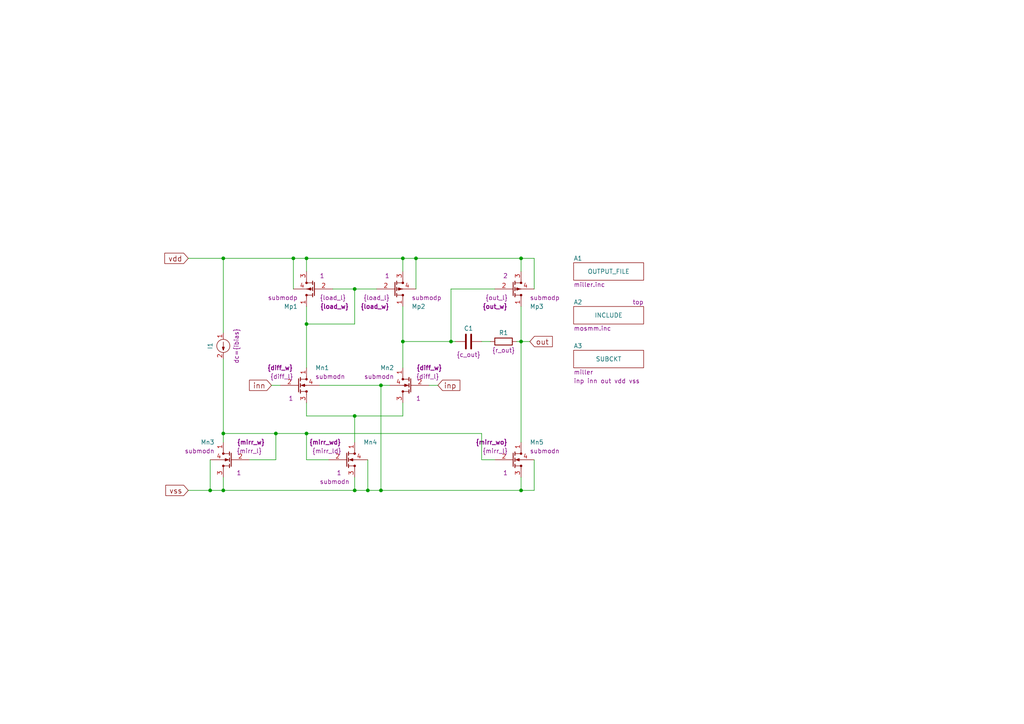
<source format=kicad_sch>
(kicad_sch (version 20211123) (generator eeschema)
  (paper "A4")
  (lib_symbols
    (symbol "pyopus:CAP" (pin_numbers hide) (pin_names (offset 0.254))
      (property "Reference" "C" (at -3.81 0 90))
      (property "c" "<capacitance>" (at 3.81 0 90))
      (symbol "CAP_0_1"
        (polyline (pts (xy -2.032 -0.762) (xy 2.032 -0.762)) (stroke (width 0.508)))
        (polyline (pts (xy -2.032 0.762) (xy 2.032 0.762)) (stroke (width 0.508)))
      )
      (symbol "CAP_1_1"
        (pin passive line (at 0 3.81 270) (length 2.794) (name "~") (number "1"))
        (pin passive line (at 0 -3.81 90) (length 2.794) (name "~") (number "2"))
      )
    )
    (symbol "pyopus:INCLUDE" (pin_names (offset 1.016))
      (property "Reference" "A" (at -10.16 1.27 0))
      (property "Value" "INCLUDE" (at 0 -2.54 0))
      (property "Filename" "<file name>" (at -10.16 -6.35 0))
      (property "Position" "top" (at 10.16 1.27 0))
      (symbol "INCLUDE_0_1"
        (rectangle (start -10.16 0) (end 10.16 -5.08))
      )
    )
    (symbol "pyopus:ISRC" (pin_names (offset 0) hide)
      (property "Reference" "I" (at -3.81 0 90))
      (property "Specification" "dc=0" (at 3.81 0 90))
      (symbol "ISRC_0_0"
        (polyline (pts (xy 0 1.143) (xy 0 -1.143)) (stroke (width 0.1524)))
        (polyline (pts (xy 0 -1.143) (xy -0.254 -0.381) (xy 0.254 -0.381) (xy 0 -1.143)) (stroke (width 0.2794)))
        (circle (center 0 0) (radius 1.905) (stroke (width 0.1524)))
      )
      (symbol "ISRC_1_1"
        (pin passive line (at 0 3.81 270) (length 1.905) (name "P") (number "1"))
        (pin power_out line (at 0 -3.81 90) (length 1.905) (name "N") (number "2"))
      )
    )
    (symbol "pyopus:NMOS" (pin_names (offset 0) hide)
      (property "Reference" "M" (at 5.08 5.08 0))
      (property "Model" "<model name>" (at 5.08 2.54 0))
      (property "w" "<w>" (at -1.27 5.08 0))
      (property "l" "<l>" (at -1.27 2.54 0))
      (property "m" "<m>" (at -1.27 -3.81 0))
      (symbol "NMOS_0_1"
        (polyline (pts (xy 0.762 -1.778) (xy 2.54 -1.778)))
        (polyline (pts (xy 0.762 -1.27) (xy 0.762 -2.286)) (stroke (width 0.254)))
        (polyline (pts (xy 0.762 0) (xy 2.54 0)))
        (polyline (pts (xy 0.762 0.508) (xy 0.762 -0.508)) (stroke (width 0.254)))
        (polyline (pts (xy 0.762 1.778) (xy 2.54 1.778)))
        (polyline (pts (xy 0.762 2.286) (xy 0.762 1.27)) (stroke (width 0.254)))
        (polyline (pts (xy 2.54 -1.778) (xy 2.54 -2.54)))
        (polyline (pts (xy 2.54 2.54) (xy 2.54 1.778)))
        (polyline (pts (xy 0.254 1.905) (xy 0.254 -1.905) (xy 0.254 -1.905)) (stroke (width 0.254)))
        (polyline (pts (xy 1.016 0) (xy 2.032 0.381) (xy 2.032 -0.381) (xy 1.016 0)) (fill (type outline)))
        (circle (center 2.54 -1.778) (radius 0.2794) (fill (type outline)))
        (circle (center 2.54 1.778) (radius 0.2794) (fill (type outline)))
      )
      (symbol "NMOS_1_1"
        (pin passive line (at 2.54 5.08 270) (length 2.54) (name "D") (number "1"))
        (pin input line (at -5.08 0 0) (length 5.334) (name "G") (number "2"))
        (pin passive line (at 2.54 -5.08 90) (length 2.54) (name "S") (number "3"))
        (pin input line (at 6.35 0 180) (length 5.08) (name "B") (number "4"))
      )
    )
    (symbol "pyopus:OUTPUT_FILE" (pin_names (offset 1.016))
      (property "Reference" "A" (at -10.16 1.27 0))
      (property "Value" "OUTPUT_FILE" (at 0 -2.54 0))
      (property "Name" "<file name>" (at -10.16 -6.35 0))
      (symbol "OUTPUT_FILE_0_1"
        (rectangle (start -10.16 0) (end 10.16 -5.08))
      )
    )
    (symbol "pyopus:PMOS" (pin_names (offset 0) hide)
      (property "Reference" "M" (at 5.08 5.08 0))
      (property "Model" "<model name>" (at 5.08 2.54 0))
      (property "w" "<w>" (at -1.27 5.08 0))
      (property "l" "<l>" (at -1.27 2.54 0))
      (property "m" "<m>" (at -1.27 -3.81 0))
      (symbol "PMOS_0_1"
        (polyline (pts (xy 0.762 -1.778) (xy 2.54 -1.778)))
        (polyline (pts (xy 0.762 -1.27) (xy 0.762 -2.286)) (stroke (width 0.254)))
        (polyline (pts (xy 0.762 0) (xy 2.54 0)))
        (polyline (pts (xy 0.762 0.508) (xy 0.762 -0.508)) (stroke (width 0.254)))
        (polyline (pts (xy 0.762 1.778) (xy 2.54 1.778)))
        (polyline (pts (xy 0.762 2.286) (xy 0.762 1.27)) (stroke (width 0.254)))
        (polyline (pts (xy 2.54 -1.778) (xy 2.54 -2.54)))
        (polyline (pts (xy 2.54 2.54) (xy 2.54 1.778)))
        (polyline (pts (xy 0.254 1.905) (xy 0.254 -1.905) (xy 0.254 -1.905)) (stroke (width 0.254)))
        (polyline (pts (xy 2.286 0) (xy 1.27 -0.381) (xy 1.27 0.381) (xy 2.286 0)) (fill (type outline)))
        (circle (center 2.54 -1.778) (radius 0.2794) (fill (type outline)))
        (circle (center 2.54 1.778) (radius 0.2794) (fill (type outline)))
      )
      (symbol "PMOS_1_1"
        (pin passive line (at 2.54 5.08 270) (length 2.54) (name "D") (number "1"))
        (pin input line (at -5.08 0 0) (length 5.334) (name "G") (number "2"))
        (pin passive line (at 2.54 -5.08 90) (length 2.54) (name "S") (number "3"))
        (pin input line (at 6.35 0 180) (length 5.08) (name "B") (number "4"))
      )
    )
    (symbol "pyopus:RES" (pin_numbers hide) (pin_names (offset 0))
      (property "Reference" "R" (at -2.54 0 90))
      (property "r" "<resistance>" (at 2.54 0 90))
      (symbol "RES_0_1"
        (rectangle (start -1.016 -2.54) (end 1.016 2.54) (stroke (width 0.254)))
      )
      (symbol "RES_1_1"
        (pin passive line (at 0 3.81 270) (length 1.27) (name "~") (number "1"))
        (pin passive line (at 0 -3.81 90) (length 1.27) (name "~") (number "2"))
      )
    )
    (symbol "pyopus:SUBCKT" (pin_names (offset 1.016))
      (property "Reference" "A" (at -10.16 1.27 0))
      (property "Value" "SUBCKT" (at 0 -2.54 0))
      (property "Name" "<name>" (at -10.16 -6.35 0))
      (property "Pins" "<pin names>" (at -10.16 -8.89 0))
      (symbol "SUBCKT_0_1"
        (rectangle (start -10.16 0) (end 10.16 -5.08))
      )
    )
  )
  (junction (at 151.13 74.93))
  (junction (at 64.77 125.73))
  (junction (at 110.49 142.24))
  (junction (at 88.9 125.73))
  (junction (at 64.77 142.24))
  (junction (at 116.84 74.93))
  (junction (at 110.49 111.76))
  (junction (at 106.68 142.24))
  (junction (at 151.13 99.06))
  (junction (at 151.13 142.24))
  (junction (at 102.87 120.65))
  (junction (at 130.81 99.06))
  (junction (at 80.01 125.73))
  (junction (at 116.84 99.06))
  (junction (at 85.09 74.93))
  (junction (at 64.77 74.93))
  (junction (at 88.9 74.93))
  (junction (at 120.65 74.93))
  (junction (at 102.87 83.82))
  (junction (at 88.9 93.98))
  (junction (at 60.96 142.24))
  (junction (at 102.87 142.24))
  (wire (pts (xy 120.65 74.93) (xy 151.13 74.93)))
  (wire (pts (xy 151.13 99.06) (xy 151.13 128.27)))
  (wire (pts (xy 88.9 133.35) (xy 95.25 133.35)))
  (wire (pts (xy 154.94 74.93) (xy 154.94 83.82)))
  (wire (pts (xy 102.87 83.82) (xy 102.87 93.98)))
  (wire (pts (xy 88.9 116.84) (xy 88.9 120.65)))
  (wire (pts (xy 102.87 93.98) (xy 88.9 93.98)))
  (wire (pts (xy 151.13 78.74) (xy 151.13 74.93)))
  (wire (pts (xy 124.46 111.76) (xy 127 111.76)))
  (wire (pts (xy 110.49 142.24) (xy 151.13 142.24)))
  (wire (pts (xy 102.87 142.24) (xy 102.87 138.43)))
  (wire (pts (xy 85.09 74.93) (xy 88.9 74.93)))
  (wire (pts (xy 80.01 125.73) (xy 88.9 125.73)))
  (wire (pts (xy 88.9 125.73) (xy 139.7 125.73)))
  (wire (pts (xy 64.77 142.24) (xy 64.77 138.43)))
  (wire (pts (xy 130.81 83.82) (xy 143.51 83.82)))
  (wire (pts (xy 110.49 111.76) (xy 113.03 111.76)))
  (wire (pts (xy 64.77 104.14) (xy 64.77 125.73)))
  (wire (pts (xy 64.77 125.73) (xy 64.77 128.27)))
  (wire (pts (xy 92.71 111.76) (xy 110.49 111.76)))
  (wire (pts (xy 88.9 120.65) (xy 102.87 120.65)))
  (wire (pts (xy 102.87 142.24) (xy 106.68 142.24)))
  (wire (pts (xy 64.77 96.52) (xy 64.77 74.93)))
  (wire (pts (xy 88.9 78.74) (xy 88.9 74.93)))
  (wire (pts (xy 85.09 83.82) (xy 85.09 74.93)))
  (wire (pts (xy 151.13 74.93) (xy 154.94 74.93)))
  (wire (pts (xy 102.87 83.82) (xy 109.22 83.82)))
  (wire (pts (xy 64.77 125.73) (xy 80.01 125.73)))
  (wire (pts (xy 130.81 99.06) (xy 132.08 99.06)))
  (wire (pts (xy 149.86 99.06) (xy 151.13 99.06)))
  (wire (pts (xy 154.94 142.24) (xy 154.94 133.35)))
  (wire (pts (xy 96.52 83.82) (xy 102.87 83.82)))
  (wire (pts (xy 116.84 88.9) (xy 116.84 99.06)))
  (wire (pts (xy 60.96 142.24) (xy 64.77 142.24)))
  (wire (pts (xy 78.74 111.76) (xy 81.28 111.76)))
  (wire (pts (xy 116.84 99.06) (xy 130.81 99.06)))
  (wire (pts (xy 60.96 133.35) (xy 60.96 142.24)))
  (wire (pts (xy 116.84 78.74) (xy 116.84 74.93)))
  (wire (pts (xy 64.77 74.93) (xy 85.09 74.93)))
  (wire (pts (xy 54.61 142.24) (xy 60.96 142.24)))
  (wire (pts (xy 80.01 133.35) (xy 80.01 125.73)))
  (wire (pts (xy 151.13 142.24) (xy 154.94 142.24)))
  (wire (pts (xy 54.61 74.93) (xy 64.77 74.93)))
  (wire (pts (xy 88.9 93.98) (xy 88.9 106.68)))
  (wire (pts (xy 139.7 133.35) (xy 143.51 133.35)))
  (wire (pts (xy 120.65 83.82) (xy 120.65 74.93)))
  (wire (pts (xy 88.9 88.9) (xy 88.9 93.98)))
  (wire (pts (xy 130.81 99.06) (xy 130.81 83.82)))
  (wire (pts (xy 116.84 99.06) (xy 116.84 106.68)))
  (wire (pts (xy 64.77 142.24) (xy 102.87 142.24)))
  (wire (pts (xy 72.39 133.35) (xy 80.01 133.35)))
  (wire (pts (xy 139.7 125.73) (xy 139.7 133.35)))
  (wire (pts (xy 102.87 120.65) (xy 116.84 120.65)))
  (wire (pts (xy 110.49 111.76) (xy 110.49 142.24)))
  (wire (pts (xy 151.13 99.06) (xy 153.67 99.06)))
  (wire (pts (xy 116.84 74.93) (xy 120.65 74.93)))
  (wire (pts (xy 151.13 142.24) (xy 151.13 138.43)))
  (wire (pts (xy 88.9 125.73) (xy 88.9 133.35)))
  (wire (pts (xy 139.7 99.06) (xy 142.24 99.06)))
  (wire (pts (xy 106.68 142.24) (xy 110.49 142.24)))
  (wire (pts (xy 106.68 142.24) (xy 106.68 133.35)))
  (wire (pts (xy 88.9 74.93) (xy 116.84 74.93)))
  (wire (pts (xy 116.84 120.65) (xy 116.84 116.84)))
  (wire (pts (xy 102.87 128.27) (xy 102.87 120.65)))
  (wire (pts (xy 151.13 88.9) (xy 151.13 99.06)))
  (global_label "vdd" (shape input) (at 54.61 74.93 180) (effects (font (size 1.524 1.524))) (property "Intersheet References" "${INTERSHEET_REFS}" (effects hide)))
  (global_label "out" (shape input) (at 153.67 99.06 0) (effects (font (size 1.524 1.524))) (property "Intersheet References" "${INTERSHEET_REFS}" (effects hide)))
  (global_label "vss" (shape input) (at 54.61 142.24 180) (effects (font (size 1.524 1.524))) (property "Intersheet References" "${INTERSHEET_REFS}" (effects hide)))
  (global_label "inp" (shape input) (at 127 111.76 0) (effects (font (size 1.524 1.524))) (property "Intersheet References" "${INTERSHEET_REFS}" (effects hide)))
  (global_label "inn" (shape input) (at 78.74 111.76 180) (effects (font (size 1.524 1.524))) (property "Intersheet References" "${INTERSHEET_REFS}" (effects hide)))
  (symbol (lib_id "pyopus:NMOS") (at 100.33 133.35 0) (unit 1)
    (property "Reference" "Mn4" (at 105.41 128.27 0) (effects (justify left)))
    (property "Value" "NMOS" (effects hide))
    (property "Model" "submodn" (at 92.71 139.7 0) (effects (justify left)))
    (property "w" "{mirr_wd}" (at 99.06 128.27 0) (effects (font bold) (justify right)))
    (property "l" "{mirr_ld}" (at 99.06 130.81 0) (effects (justify right)))
    (property "m" "1" (at 99.06 137.16 0) (effects (justify right)))
  )
  (symbol (lib_id "pyopus:NMOS") (at 67.31 133.35 0) (mirror y) (unit 1)
    (property "Reference" "Mn3" (at 62.23 128.27 0) (effects (justify left)))
    (property "Value" "NMOS" (effects hide))
    (property "Model" "submodn" (at 62.23 130.81 0) (effects (justify left)))
    (property "w" "{mirr_w}" (at 68.58 128.27 0) (effects (font bold) (justify right)))
    (property "l" "{mirr_l}" (at 68.58 130.81 0) (effects (justify right)))
    (property "m" "1" (at 68.58 137.16 0) (effects (justify right)))
  )
  (symbol (lib_id "pyopus:NMOS") (at 148.59 133.35 0) (unit 1)
    (property "Reference" "Mn5" (at 153.67 128.27 0) (effects (justify left)))
    (property "Value" "NMOS" (effects hide))
    (property "Model" "submodn" (at 153.67 130.81 0) (effects (justify left)))
    (property "w" "{mirr_wo}" (at 147.32 128.27 0) (effects (font bold) (justify right)))
    (property "l" "{mirr_l}" (at 147.32 130.81 0) (effects (justify right)))
    (property "m" "1" (at 147.32 137.16 0) (effects (justify right)))
  )
  (symbol (lib_id "pyopus:PMOS") (at 91.44 83.82 180) (unit 1)
    (property "Reference" "Mp1" (at 86.36 88.9 0) (effects (justify left)))
    (property "Value" "PMOS" (effects hide))
    (property "Model" "submodp" (at 86.36 86.36 0) (effects (justify left)))
    (property "w" "{load_w}" (at 92.71 88.9 0) (effects (font bold) (justify right)))
    (property "l" "{load_l}" (at 92.71 86.36 0) (effects (justify right)))
    (property "m" "1" (at 92.71 80.01 0) (effects (justify right)))
  )
  (symbol (lib_id "pyopus:PMOS") (at 114.3 83.82 0) (mirror x) (unit 1)
    (property "Reference" "Mp2" (at 119.38 88.9 0) (effects (justify left)))
    (property "Value" "PMOS" (effects hide))
    (property "Model" "submodp" (at 119.38 86.36 0) (effects (justify left)))
    (property "w" "{load_w}" (at 113.03 88.9 0) (effects (font bold) (justify right)))
    (property "l" "{load_l}" (at 113.03 86.36 0) (effects (justify right)))
    (property "m" "1" (at 113.03 80.01 0) (effects (justify right)))
  )
  (symbol (lib_id "pyopus:PMOS") (at 148.59 83.82 0) (mirror x) (unit 1)
    (property "Reference" "Mp3" (at 153.67 88.9 0) (effects (justify left)))
    (property "Value" "PMOS" (effects hide))
    (property "Model" "submodp" (at 153.67 86.36 0) (effects (justify left)))
    (property "w" "{out_w}" (at 147.32 88.9 0) (effects (font bold) (justify right)))
    (property "l" "{out_l}" (at 147.32 86.36 0) (effects (justify right)))
    (property "m" "2" (at 147.32 80.01 0) (effects (justify right)))
  )
  (symbol (lib_id "pyopus:ISRC") (at 64.77 100.33 0) (unit 1)
    (property "Reference" "I1" (at 60.96 100.33 90))
    (property "Value" "ISRC" (effects hide))
    (property "Specification" "dc={ibias}" (at 68.58 100.33 90))
  )
  (symbol (lib_id "pyopus:RES") (at 146.05 99.06 270) (unit 1)
    (property "Reference" "R1" (at 146.05 96.52 90))
    (property "Value" "RES" (effects hide))
    (property "r" "{r_out}" (at 146.05 101.6 90))
  )
  (symbol (lib_id "pyopus:CAP") (at 135.89 99.06 270) (unit 1)
    (property "Reference" "C1" (at 135.89 95.25 90))
    (property "Value" "CAP" (effects hide))
    (property "c" "{c_out}" (at 135.89 102.87 90))
  )
  (symbol (lib_id "pyopus:NMOS") (at 86.36 111.76 0) (unit 1)
    (property "Reference" "Mn1" (at 91.44 106.68 0) (effects (justify left)))
    (property "Value" "NMOS" (effects hide))
    (property "Model" "submodn" (at 91.44 109.22 0) (effects (justify left)))
    (property "w" "{diff_w}" (at 85.09 106.68 0) (effects (font bold) (justify right)))
    (property "l" "{diff_l}" (at 85.09 109.22 0) (effects (justify right)))
    (property "m" "1" (at 85.09 115.57 0) (effects (justify right)))
  )
  (symbol (lib_id "pyopus:NMOS") (at 119.38 111.76 0) (mirror y) (unit 1)
    (property "Reference" "Mn2" (at 114.3 106.68 0) (effects (justify left)))
    (property "Value" "NMOS" (effects hide))
    (property "Model" "submodn" (at 114.3 109.22 0) (effects (justify left)))
    (property "w" "{diff_w}" (at 120.65 106.68 0) (effects (font bold) (justify right)))
    (property "l" "{diff_l}" (at 120.65 109.22 0) (effects (justify right)))
    (property "m" "1" (at 120.65 115.57 0) (effects (justify right)))
  )
  (symbol (lib_id "pyopus:SUBCKT") (at 176.53 101.6 0) (unit 1)
    (property "Reference" "A3" (at 166.37 100.33 0) (effects (justify left)))
    (property "Value" "SUBCKT" (at 176.53 104.14 0))
    (property "Name" "miller" (at 166.37 107.95 0) (effects (justify left)))
    (property "Pins" "inp inn out vdd vss" (at 166.37 110.49 0) (effects (justify left)))
  )
  (symbol (lib_id "pyopus:OUTPUT_FILE") (at 176.53 76.2 0) (unit 1)
    (property "Reference" "A1" (at 166.37 74.93 0) (effects (justify left)))
    (property "Value" "OUTPUT_FILE" (at 176.53 78.74 0))
    (property "Name" "miller.inc" (at 166.37 82.55 0) (effects (justify left)))
  )
  (symbol (lib_id "pyopus:INCLUDE") (at 176.53 88.9 0) (unit 1)
    (property "Reference" "A2" (at 166.37 87.63 0) (effects (justify left)))
    (property "Value" "INCLUDE" (at 176.53 91.44 0))
    (property "Filename" "mosmm.inc" (at 166.37 95.25 0) (effects (justify left)))
    (property "Position" "top" (at 186.69 87.63 0) (effects (justify right)))
  )
)
</source>
